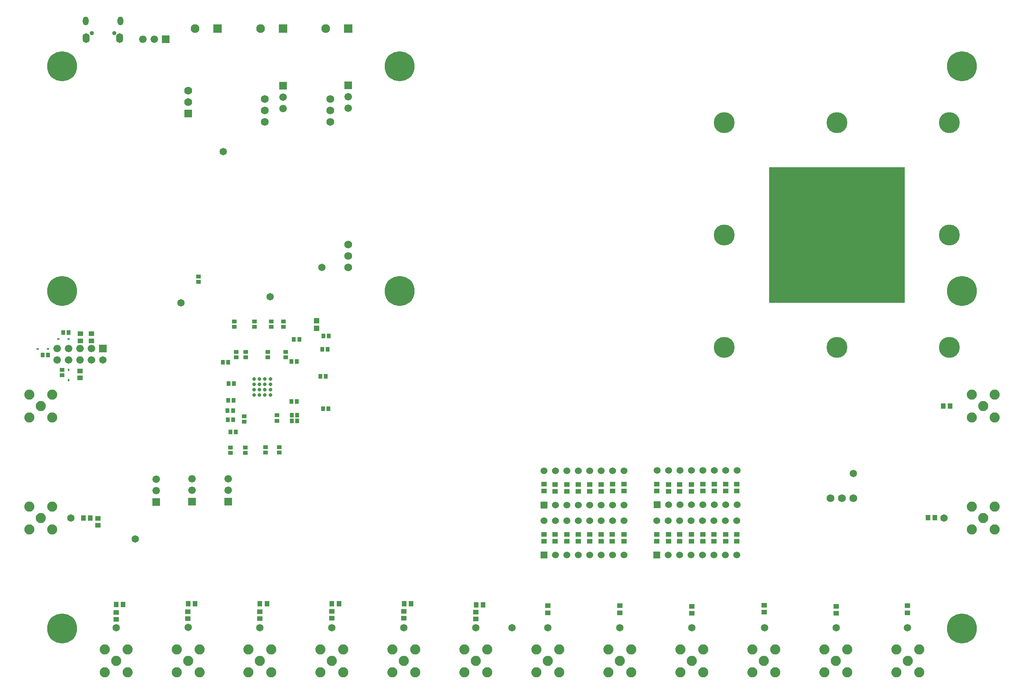
<source format=gbs>
G04 Layer_Color=16711935*
%FSLAX44Y44*%
%MOMM*%
G71*
G01*
G75*
%ADD37R,0.6000X0.4500*%
%ADD44R,0.4500X0.6000*%
%ADD53C,1.5240*%
%ADD56R,1.5240X1.5240*%
%ADD85R,1.1520X1.1020*%
%ADD99R,1.1020X1.1520*%
%ADD102R,1.1520X1.2520*%
%ADD113R,1.0664X0.8632*%
%ADD114R,0.8632X1.0664*%
%ADD117R,30.1520X30.1520*%
%ADD118R,1.6520X1.6520*%
%ADD119C,1.6520*%
%ADD120C,1.6760*%
%ADD121C,4.6520*%
%ADD122C,6.6520*%
%ADD123C,1.7520*%
%ADD124C,0.1520*%
%ADD125O,1.5520X2.1520*%
%ADD126C,0.9520*%
%ADD127O,1.3020X1.9520*%
%ADD128C,2.2520*%
%ADD129R,1.6760X1.6760*%
%ADD130R,1.9520X1.9520*%
%ADD131C,1.9520*%
%ADD132R,1.6760X1.6760*%
%ADD133R,1.7776X1.7776*%
%ADD134C,1.7776*%
%ADD135C,0.8120*%
D37*
X300070Y1001000D02*
D03*
X322930D02*
D03*
X345570Y1023000D02*
D03*
X368430D02*
D03*
D44*
X368500Y931070D02*
D03*
Y953930D02*
D03*
D53*
X1701501Y542392D02*
D03*
X1726901D02*
D03*
X1752301D02*
D03*
X1777701D02*
D03*
X1803101D02*
D03*
X1828501D02*
D03*
X1853901D02*
D03*
Y618592D02*
D03*
X1828501D02*
D03*
X1803101D02*
D03*
X1777701D02*
D03*
X1752301D02*
D03*
X1726901D02*
D03*
X1701501D02*
D03*
X1676101D02*
D03*
X1450501Y542385D02*
D03*
X1475901D02*
D03*
X1501301D02*
D03*
X1526701D02*
D03*
X1552101D02*
D03*
X1577501D02*
D03*
X1602901D02*
D03*
Y618586D02*
D03*
X1577501D02*
D03*
X1552101D02*
D03*
X1526701D02*
D03*
X1501301D02*
D03*
X1475901D02*
D03*
X1450501D02*
D03*
X1425101D02*
D03*
X1450500Y653400D02*
D03*
X1475900D02*
D03*
X1501300D02*
D03*
X1526700D02*
D03*
X1552100D02*
D03*
X1577500D02*
D03*
X1602900D02*
D03*
Y729600D02*
D03*
X1577500D02*
D03*
X1552100D02*
D03*
X1526700D02*
D03*
X1501300D02*
D03*
X1475900D02*
D03*
X1450500D02*
D03*
X1425100D02*
D03*
X1702000Y654500D02*
D03*
X1727400D02*
D03*
X1752800D02*
D03*
X1778200D02*
D03*
X1803600D02*
D03*
X1829000D02*
D03*
X1854400D02*
D03*
Y730700D02*
D03*
X1829000D02*
D03*
X1803600D02*
D03*
X1778200D02*
D03*
X1752800D02*
D03*
X1727400D02*
D03*
X1702000D02*
D03*
X1676600D02*
D03*
D56*
X1676101Y542392D02*
D03*
X1425101Y542385D02*
D03*
X1425100Y653400D02*
D03*
X1676600Y654500D02*
D03*
D85*
X1778000Y588250D02*
D03*
Y572750D02*
D03*
X1803000Y588250D02*
D03*
Y572750D02*
D03*
X1829000Y588250D02*
D03*
Y572750D02*
D03*
X1854000Y588250D02*
D03*
Y572750D02*
D03*
X1676000Y588250D02*
D03*
Y572750D02*
D03*
X1702000Y588250D02*
D03*
Y572750D02*
D03*
X1727000Y588250D02*
D03*
Y572750D02*
D03*
X1753000Y588250D02*
D03*
Y572750D02*
D03*
X1527000Y588250D02*
D03*
Y572750D02*
D03*
X1552000Y588250D02*
D03*
Y572750D02*
D03*
X1577000Y588250D02*
D03*
Y572750D02*
D03*
X1603000Y588250D02*
D03*
Y572750D02*
D03*
X1425000Y588250D02*
D03*
Y572750D02*
D03*
X1450000Y588250D02*
D03*
Y572750D02*
D03*
X1476000Y588250D02*
D03*
Y572750D02*
D03*
X1501000Y588250D02*
D03*
Y572750D02*
D03*
X1778000Y700250D02*
D03*
Y684750D02*
D03*
X1803600Y700250D02*
D03*
Y684750D02*
D03*
X1577501Y700250D02*
D03*
Y684750D02*
D03*
X1603000Y700250D02*
D03*
Y684750D02*
D03*
X1425000Y700250D02*
D03*
Y684750D02*
D03*
X1450000Y699250D02*
D03*
Y683750D02*
D03*
X1476000Y699250D02*
D03*
Y683750D02*
D03*
X1501000Y699250D02*
D03*
Y683750D02*
D03*
X1829000Y700250D02*
D03*
Y684750D02*
D03*
X1552000Y699250D02*
D03*
Y683750D02*
D03*
X1527000Y699250D02*
D03*
Y683750D02*
D03*
X1753000Y699250D02*
D03*
Y683750D02*
D03*
X1727000Y699250D02*
D03*
Y683750D02*
D03*
X1702000Y699250D02*
D03*
Y683750D02*
D03*
X1676000Y700250D02*
D03*
Y684750D02*
D03*
X2233000Y414250D02*
D03*
Y429750D02*
D03*
X2074750Y413250D02*
D03*
Y428750D02*
D03*
X434000Y624250D02*
D03*
Y608750D02*
D03*
X1854000Y700250D02*
D03*
Y684750D02*
D03*
X419400Y1034250D02*
D03*
Y1018750D02*
D03*
X394500Y1034250D02*
D03*
Y1018750D02*
D03*
X394000Y951750D02*
D03*
Y936250D02*
D03*
X1113750Y402250D02*
D03*
Y417750D02*
D03*
X1273750Y400250D02*
D03*
Y415750D02*
D03*
X793750Y416750D02*
D03*
Y401250D02*
D03*
X953750Y417750D02*
D03*
Y402250D02*
D03*
X474000Y399250D02*
D03*
Y414750D02*
D03*
X633750Y401250D02*
D03*
Y416750D02*
D03*
X1433750Y414250D02*
D03*
Y429750D02*
D03*
X1593750Y414250D02*
D03*
Y429750D02*
D03*
X1753750Y413250D02*
D03*
Y428750D02*
D03*
X1914750Y415250D02*
D03*
Y430750D02*
D03*
D99*
X2327750Y874000D02*
D03*
X2312250D02*
D03*
X2293750Y625500D02*
D03*
X2278250D02*
D03*
X634000Y434000D02*
D03*
X649500D02*
D03*
X474250Y433000D02*
D03*
X489750D02*
D03*
X401250Y624500D02*
D03*
X416750D02*
D03*
X1114250Y434000D02*
D03*
X1129750D02*
D03*
X1274250Y432000D02*
D03*
X1289750D02*
D03*
X809500Y434000D02*
D03*
X794000D02*
D03*
X969500D02*
D03*
X954000D02*
D03*
D102*
X919330Y1046250D02*
D03*
Y1063250D02*
D03*
D113*
X741000Y982031D02*
D03*
Y993969D02*
D03*
X762000Y982031D02*
D03*
Y993969D02*
D03*
X811000Y982031D02*
D03*
Y993969D02*
D03*
X851000Y982062D02*
D03*
Y994000D02*
D03*
X846000Y1061969D02*
D03*
Y1050031D02*
D03*
X831500Y852969D02*
D03*
Y841031D02*
D03*
X759000Y850969D02*
D03*
Y839031D02*
D03*
X354500Y942031D02*
D03*
Y953969D02*
D03*
X806500Y770031D02*
D03*
Y781969D02*
D03*
X836500Y770031D02*
D03*
Y781969D02*
D03*
X728000Y769531D02*
D03*
Y781469D02*
D03*
X761500Y769531D02*
D03*
Y781469D02*
D03*
X782000Y1061969D02*
D03*
Y1050031D02*
D03*
X737000Y1061969D02*
D03*
Y1050031D02*
D03*
X819000Y1061969D02*
D03*
Y1050031D02*
D03*
X657500Y1161469D02*
D03*
Y1149531D02*
D03*
D114*
X734000Y843000D02*
D03*
X722062D02*
D03*
X733969Y863500D02*
D03*
X722031D02*
D03*
X734969Y886000D02*
D03*
X723031D02*
D03*
X722969Y971250D02*
D03*
X711031D02*
D03*
X864031Y973000D02*
D03*
X875969D02*
D03*
X864031Y884000D02*
D03*
X875969D02*
D03*
X945938Y868000D02*
D03*
X934000D02*
D03*
X865031Y853000D02*
D03*
X876969D02*
D03*
X865031Y841000D02*
D03*
X876969D02*
D03*
X739969Y816000D02*
D03*
X728031D02*
D03*
X735969Y923500D02*
D03*
X724031D02*
D03*
X311031Y987500D02*
D03*
X322969D02*
D03*
X356531Y1036750D02*
D03*
X368469D02*
D03*
X869281Y1022000D02*
D03*
X881219D02*
D03*
X946719Y1029750D02*
D03*
X934781D02*
D03*
X943969Y1000000D02*
D03*
X932031D02*
D03*
X939969Y940000D02*
D03*
X928031D02*
D03*
D117*
X2076000Y1254140D02*
D03*
D118*
X444800Y1001200D02*
D03*
D119*
Y975800D02*
D03*
X2113100Y724000D02*
D03*
X634000Y382003D02*
D03*
X474000Y381000D02*
D03*
X2233000D02*
D03*
X954000D02*
D03*
X794000D02*
D03*
X2075000D02*
D03*
X1915000D02*
D03*
X1274000D02*
D03*
X1114000D02*
D03*
X1754000D02*
D03*
X1594000D02*
D03*
X1434000D02*
D03*
X374000Y625000D02*
D03*
X1354000Y381000D02*
D03*
X2314000Y624500D02*
D03*
X932000Y1182000D02*
D03*
X816250Y1117000D02*
D03*
X517000Y578500D02*
D03*
X618000Y1103500D02*
D03*
X712000Y1439500D02*
D03*
D120*
X419400Y1001200D02*
D03*
Y975800D02*
D03*
X394000Y1001200D02*
D03*
Y975800D02*
D03*
X368600Y1001200D02*
D03*
Y975800D02*
D03*
X343200Y1001200D02*
D03*
Y975800D02*
D03*
X990000Y1561400D02*
D03*
Y1536000D02*
D03*
X534000Y1689000D02*
D03*
X559400D02*
D03*
X845000Y1560000D02*
D03*
Y1534600D02*
D03*
X563000Y711500D02*
D03*
Y686100D02*
D03*
X642638Y711640D02*
D03*
Y686240D02*
D03*
X723000Y711900D02*
D03*
Y686500D02*
D03*
D121*
X2326000Y1004000D02*
D03*
X2076000D02*
D03*
X1826000D02*
D03*
Y1254000D02*
D03*
X2326000D02*
D03*
Y1504000D02*
D03*
X1826000D02*
D03*
X2076000D02*
D03*
D122*
X2354000Y1129000D02*
D03*
X354000D02*
D03*
X2354000Y1629000D02*
D03*
X354000Y379000D02*
D03*
X2354000D02*
D03*
X354000Y1629000D02*
D03*
X1104000Y1129000D02*
D03*
Y1629000D02*
D03*
D123*
X990000Y1182000D02*
D03*
Y1207400D02*
D03*
Y1232800D02*
D03*
X2112750Y668400D02*
D03*
X2087350D02*
D03*
X2061950D02*
D03*
X950000Y1505600D02*
D03*
Y1531000D02*
D03*
Y1556400D02*
D03*
X805000Y1505600D02*
D03*
Y1531000D02*
D03*
Y1556400D02*
D03*
D124*
X2168392Y843180D02*
D03*
X1983607D02*
D03*
X2168392Y1624460D02*
D03*
X1983607D02*
D03*
X1569393D02*
D03*
X1384608D02*
D03*
X1569393Y843180D02*
D03*
X1384608D02*
D03*
D125*
X407750Y1691500D02*
D03*
X482250D02*
D03*
D126*
X420000Y1702500D02*
D03*
X470000D02*
D03*
D127*
X406250Y1729500D02*
D03*
X483750D02*
D03*
D128*
X332400Y899500D02*
D03*
X281600D02*
D03*
Y848700D02*
D03*
X332400D02*
D03*
X307000Y874100D02*
D03*
X2375600Y848700D02*
D03*
X2426400D02*
D03*
Y899500D02*
D03*
X2375600D02*
D03*
X2401000Y874100D02*
D03*
X2208600Y332400D02*
D03*
Y281600D02*
D03*
X2259400D02*
D03*
Y332400D02*
D03*
X2234000Y307000D02*
D03*
X2048600Y332400D02*
D03*
Y281600D02*
D03*
X2099400D02*
D03*
Y332400D02*
D03*
X2074000Y307000D02*
D03*
X1888600Y332400D02*
D03*
Y281600D02*
D03*
X1939400D02*
D03*
Y332400D02*
D03*
X1914000Y307000D02*
D03*
X1728600Y332400D02*
D03*
Y281600D02*
D03*
X1779400D02*
D03*
Y332400D02*
D03*
X1754000Y307000D02*
D03*
X1568600Y332400D02*
D03*
Y281600D02*
D03*
X1619400D02*
D03*
Y332400D02*
D03*
X1594000Y307000D02*
D03*
X1408600Y332400D02*
D03*
Y281600D02*
D03*
X1459400D02*
D03*
Y332400D02*
D03*
X1434000Y307000D02*
D03*
X608600Y332400D02*
D03*
Y281600D02*
D03*
X659400D02*
D03*
Y332400D02*
D03*
X634000Y307000D02*
D03*
X448600Y332400D02*
D03*
Y281600D02*
D03*
X499400D02*
D03*
Y332400D02*
D03*
X474000Y307000D02*
D03*
X928600Y281600D02*
D03*
Y332400D02*
D03*
X979400Y281600D02*
D03*
X954000Y307000D02*
D03*
X979400Y332400D02*
D03*
X768600Y281600D02*
D03*
Y332400D02*
D03*
X819400Y281600D02*
D03*
X794000Y307000D02*
D03*
X819400Y332400D02*
D03*
X1248600D02*
D03*
Y281600D02*
D03*
X1299400D02*
D03*
Y332400D02*
D03*
X1274000Y307000D02*
D03*
X1088600Y332400D02*
D03*
Y281600D02*
D03*
X1139400D02*
D03*
Y332400D02*
D03*
X1114000Y307000D02*
D03*
X332400Y649900D02*
D03*
X281600D02*
D03*
Y599100D02*
D03*
X332400D02*
D03*
X307000Y624500D02*
D03*
X2375600Y599100D02*
D03*
X2426400D02*
D03*
Y649900D02*
D03*
X2375600D02*
D03*
X2401000Y624500D02*
D03*
D129*
X990000Y1586800D02*
D03*
X845000Y1585400D02*
D03*
X563000Y660700D02*
D03*
X642638Y660840D02*
D03*
X723000Y661100D02*
D03*
D130*
X990000Y1712500D02*
D03*
X700000D02*
D03*
X845000D02*
D03*
D131*
X940000D02*
D03*
X650000D02*
D03*
X795000D02*
D03*
D132*
X584800Y1689000D02*
D03*
D133*
X634000Y1524200D02*
D03*
D134*
Y1549600D02*
D03*
Y1575000D02*
D03*
D135*
X817000Y898000D02*
D03*
X805000D02*
D03*
X793000D02*
D03*
X781000D02*
D03*
X817000Y910000D02*
D03*
X805000D02*
D03*
X793000D02*
D03*
X781000D02*
D03*
X817000Y922000D02*
D03*
X805000D02*
D03*
X793000D02*
D03*
X781000Y922000D02*
D03*
X817000Y934000D02*
D03*
X805000D02*
D03*
X793000D02*
D03*
X781000D02*
D03*
M02*

</source>
